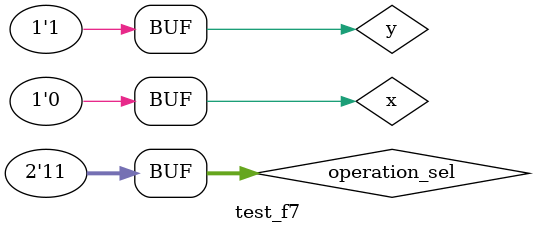
<source format=v>
module f7 (output s,
          input a,
          input b,
          input [1:0] operation_sel);
  wire or_out, nor_out, xor_out, xnor_out;

  // Implementação das portas lógicas
  or OR1 (or_out, a, b);
  nor NOR1 (nor_out, a, b);
  xor XOR1 (xor_out, a, b);
  xnor XNOR1 (xnor_out, a, b);

  // Mux para selecionar a saída correta
  mux MUX1 (s, or_out, nor_out, xor_out, xnor_out, operation_sel);
endmodule

module mux (output s,
            input or_in,
            input nor_in,
            input xor_in,
            input xnor_in,
            input [1:0] select);
  wire [3:0] mux_out;
  
  // Mux 4x1 para selecionar a saída correta
  assign mux_out[0] = or_in;
  assign mux_out[1] = nor_in;
  assign mux_out[2] = xor_in;
  assign mux_out[3] = xnor_in;

  assign s = mux_out[select];
endmodule

module test_f7;
  // ------------------------- Definir dados
  reg x;
  reg y;
  reg [1:0] operation_sel;
  wire s;
  wire z;

  f7 modulo (s, x, y, operation_sel);

  // ------------------------- Parte principal
  initial
  begin : main
    $display("Guia_0704 - Victor Ferraz de Moraes - 802371");
    $display("Test LU's module");
    $display(" x y sel s");

    x = 1'b0; y = 1'b1; operation_sel = 2'b00; // Testar operação OR
    // Projetar testes do modulo
    #1 $monitor("%4b %4b %2b %4b", x, y, operation_sel, s);
    #1 operation_sel = 2'b01; // Testar operação NOR
    #1 operation_sel = 2'b10; // Testar operação XOR
    #1 operation_sel = 2'b11; // Testar operação XNOR
  end
endmodule

</source>
